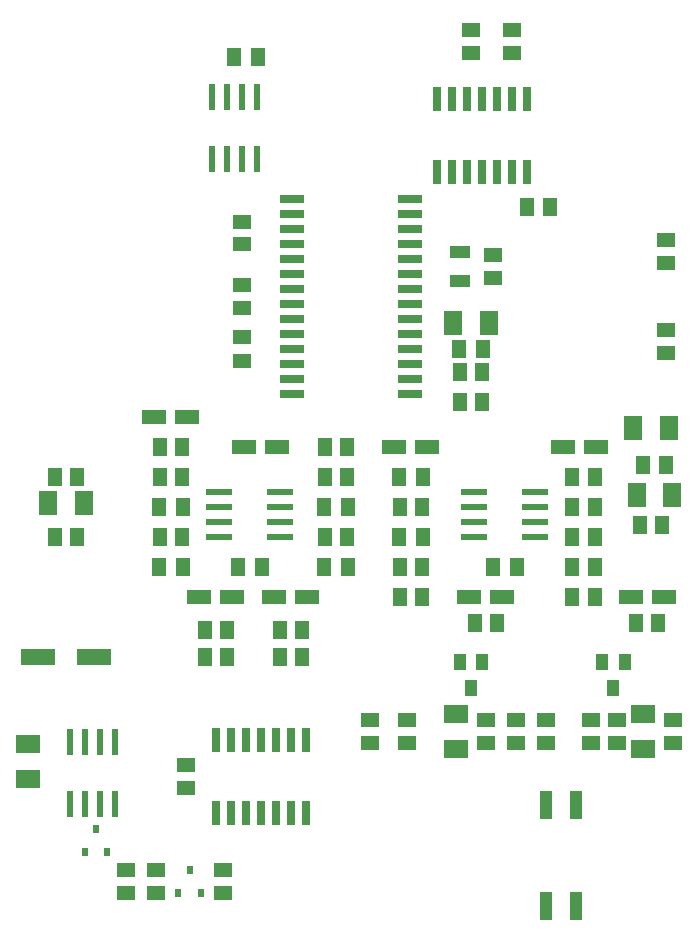
<source format=gtp>
G75*
%MOIN*%
%OFA0B0*%
%FSLAX25Y25*%
%IPPOS*%
%LPD*%
%AMOC8*
5,1,8,0,0,1.08239X$1,22.5*
%
%ADD10R,0.08000X0.02600*%
%ADD11R,0.05906X0.05118*%
%ADD12R,0.05118X0.06299*%
%ADD13R,0.06299X0.05118*%
%ADD14R,0.08661X0.02362*%
%ADD15R,0.05118X0.05906*%
%ADD16R,0.11811X0.05512*%
%ADD17R,0.05906X0.07874*%
%ADD18R,0.07874X0.05906*%
%ADD19R,0.07874X0.04724*%
%ADD20R,0.03937X0.05512*%
%ADD21R,0.02362X0.02756*%
%ADD22R,0.02362X0.08661*%
%ADD23R,0.07087X0.03937*%
%ADD24R,0.02600X0.08000*%
%ADD25R,0.04449X0.09606*%
D10*
X0098968Y0183500D03*
X0098968Y0188500D03*
X0098968Y0193500D03*
X0098968Y0198500D03*
X0098968Y0203500D03*
X0098968Y0208500D03*
X0098968Y0213500D03*
X0098968Y0218500D03*
X0098968Y0223500D03*
X0098968Y0228500D03*
X0098968Y0233500D03*
X0098968Y0238500D03*
X0098968Y0243500D03*
X0098968Y0248500D03*
X0138568Y0248500D03*
X0138568Y0243500D03*
X0138568Y0238500D03*
X0138568Y0233500D03*
X0138568Y0228500D03*
X0138568Y0223500D03*
X0138568Y0218500D03*
X0138568Y0213500D03*
X0138568Y0208500D03*
X0138568Y0203500D03*
X0138568Y0198500D03*
X0138568Y0193500D03*
X0138568Y0188500D03*
X0138568Y0183500D03*
D11*
X0082518Y0212260D03*
X0082518Y0219740D03*
X0082518Y0233510D03*
X0082518Y0240990D03*
X0158768Y0297260D03*
X0158768Y0304740D03*
X0172518Y0304740D03*
X0172518Y0297260D03*
X0223768Y0234740D03*
X0223768Y0227260D03*
X0223768Y0204740D03*
X0223768Y0197260D03*
X0226268Y0074740D03*
X0226268Y0067260D03*
X0207518Y0067260D03*
X0207518Y0074740D03*
X0198768Y0074740D03*
X0198768Y0067260D03*
X0183768Y0067260D03*
X0183768Y0074740D03*
X0173768Y0074740D03*
X0173768Y0067260D03*
X0163768Y0067260D03*
X0163768Y0074740D03*
X0137518Y0074740D03*
X0137518Y0067260D03*
X0125018Y0067260D03*
X0125018Y0074740D03*
X0053768Y0024740D03*
X0053768Y0017260D03*
X0043768Y0017260D03*
X0043768Y0024740D03*
D12*
X0054831Y0126000D03*
X0062705Y0126000D03*
X0062705Y0146000D03*
X0054831Y0146000D03*
X0081081Y0126000D03*
X0088955Y0126000D03*
X0109831Y0126000D03*
X0117705Y0126000D03*
X0134831Y0136000D03*
X0142705Y0136000D03*
X0142705Y0156000D03*
X0134831Y0156000D03*
X0117705Y0146000D03*
X0109831Y0146000D03*
X0154831Y0198500D03*
X0162705Y0198500D03*
X0192331Y0156000D03*
X0200205Y0156000D03*
X0200205Y0126000D03*
X0192331Y0126000D03*
X0173955Y0126000D03*
X0166081Y0126000D03*
X0177331Y0246000D03*
X0185205Y0246000D03*
X0087705Y0296000D03*
X0079831Y0296000D03*
D13*
X0082518Y0202437D03*
X0082518Y0194563D03*
X0166268Y0222063D03*
X0166268Y0229937D03*
X0063768Y0059937D03*
X0063768Y0052063D03*
X0076268Y0024937D03*
X0076268Y0017063D03*
D14*
X0074781Y0136000D03*
X0074781Y0141000D03*
X0074781Y0146000D03*
X0074781Y0151000D03*
X0095254Y0151000D03*
X0095254Y0146000D03*
X0095254Y0141000D03*
X0095254Y0136000D03*
X0159781Y0136000D03*
X0159781Y0141000D03*
X0159781Y0146000D03*
X0159781Y0151000D03*
X0180254Y0151000D03*
X0180254Y0146000D03*
X0180254Y0141000D03*
X0180254Y0136000D03*
D15*
X0192528Y0136000D03*
X0200008Y0136000D03*
X0200008Y0146000D03*
X0192528Y0146000D03*
X0215028Y0139750D03*
X0222508Y0139750D03*
X0223758Y0159750D03*
X0216278Y0159750D03*
X0200008Y0116000D03*
X0192528Y0116000D03*
X0213778Y0107250D03*
X0221258Y0107250D03*
X0167508Y0107250D03*
X0160028Y0107250D03*
X0142508Y0116000D03*
X0135028Y0116000D03*
X0135028Y0126000D03*
X0142508Y0126000D03*
X0142508Y0146000D03*
X0135028Y0146000D03*
X0117508Y0136000D03*
X0110028Y0136000D03*
X0110028Y0156000D03*
X0117508Y0156000D03*
X0117508Y0166000D03*
X0110028Y0166000D03*
X0155028Y0181000D03*
X0162508Y0181000D03*
X0162508Y0191000D03*
X0155028Y0191000D03*
X0102508Y0104750D03*
X0095028Y0104750D03*
X0095028Y0096000D03*
X0102508Y0096000D03*
X0077508Y0096000D03*
X0070028Y0096000D03*
X0070028Y0104750D03*
X0077508Y0104750D03*
X0062508Y0136000D03*
X0055028Y0136000D03*
X0055028Y0156000D03*
X0062508Y0156000D03*
X0062508Y0166000D03*
X0055028Y0166000D03*
X0027508Y0156000D03*
X0020028Y0156000D03*
X0020028Y0136000D03*
X0027508Y0136000D03*
D16*
X0033217Y0096000D03*
X0014319Y0096000D03*
D17*
X0017862Y0147250D03*
X0029673Y0147250D03*
X0152862Y0207250D03*
X0164673Y0207250D03*
X0212862Y0172250D03*
X0224673Y0172250D03*
X0225923Y0149750D03*
X0214112Y0149750D03*
D18*
X0216268Y0076906D03*
X0216268Y0065094D03*
X0153768Y0065094D03*
X0153768Y0076906D03*
X0011268Y0066906D03*
X0011268Y0055094D03*
D19*
X0068256Y0116000D03*
X0079280Y0116000D03*
X0093256Y0116000D03*
X0104280Y0116000D03*
X0094280Y0166000D03*
X0083256Y0166000D03*
X0064280Y0176000D03*
X0053256Y0176000D03*
X0133256Y0166000D03*
X0144280Y0166000D03*
X0158256Y0116000D03*
X0169280Y0116000D03*
X0189506Y0166000D03*
X0200530Y0166000D03*
X0212006Y0116000D03*
X0223030Y0116000D03*
D20*
X0210008Y0094081D03*
X0202528Y0094081D03*
X0206268Y0085419D03*
X0162508Y0094081D03*
X0155028Y0094081D03*
X0158768Y0085419D03*
D21*
X0030028Y0030813D03*
X0033768Y0038687D03*
X0037508Y0030813D03*
X0061278Y0017063D03*
X0065018Y0024937D03*
X0068758Y0017063D03*
D22*
X0040018Y0047014D03*
X0035018Y0047014D03*
X0030018Y0047014D03*
X0025018Y0047014D03*
X0025018Y0067486D03*
X0030018Y0067486D03*
X0035018Y0067486D03*
X0040018Y0067486D03*
X0072518Y0262014D03*
X0077518Y0262014D03*
X0082518Y0262014D03*
X0087518Y0262014D03*
X0087518Y0282486D03*
X0082518Y0282486D03*
X0077518Y0282486D03*
X0072518Y0282486D03*
D23*
X0155018Y0230921D03*
X0155018Y0221079D03*
D24*
X0157518Y0257650D03*
X0162518Y0257650D03*
X0167518Y0257650D03*
X0172518Y0257650D03*
X0177518Y0257650D03*
X0177518Y0281850D03*
X0172518Y0281850D03*
X0167518Y0281850D03*
X0162518Y0281850D03*
X0157518Y0281850D03*
X0152518Y0281850D03*
X0147518Y0281850D03*
X0147518Y0257650D03*
X0152518Y0257650D03*
X0103768Y0068100D03*
X0098768Y0068100D03*
X0093768Y0068100D03*
X0088768Y0068100D03*
X0083768Y0068100D03*
X0078768Y0068100D03*
X0073768Y0068100D03*
X0073768Y0043900D03*
X0078768Y0043900D03*
X0083768Y0043900D03*
X0088768Y0043900D03*
X0093768Y0043900D03*
X0098768Y0043900D03*
X0103768Y0043900D03*
D25*
X0183768Y0046679D03*
X0193768Y0046679D03*
X0193768Y0012821D03*
X0183768Y0012821D03*
M02*

</source>
